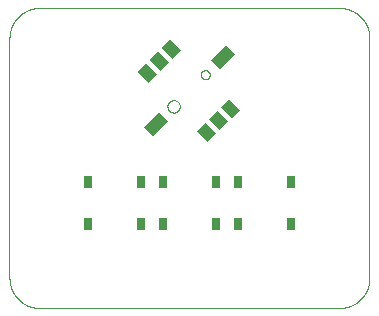
<source format=gtp>
G04 EAGLE Gerber X2 export*
G75*
%MOMM*%
%FSLAX35Y35*%
%LPD*%
%AMOC8*
5,1,8,0,0,1.08239X$1,22.5*%
G01*
%ADD10C,0.076200*%
%ADD11R,1.000000X1.300000*%
%ADD12R,1.000000X1.800000*%
%ADD13C,0.000000*%
%ADD14R,0.700000X1.100000*%


D10*
X254000Y2540000D02*
X2794000Y2540000D01*
X3048000Y2286000D02*
X3048000Y254000D01*
X2794000Y0D02*
X254000Y0D01*
X0Y254000D02*
X0Y2286000D01*
X0Y254000D02*
X74Y247862D01*
X297Y241728D01*
X667Y235602D01*
X1186Y229485D01*
X1852Y223384D01*
X2665Y217300D01*
X3626Y211237D01*
X4732Y205200D01*
X5984Y199191D01*
X7381Y193214D01*
X8922Y187272D01*
X10606Y181370D01*
X12432Y175510D01*
X14399Y169695D01*
X16506Y163930D01*
X18752Y158218D01*
X21135Y152561D01*
X23654Y146964D01*
X26308Y141429D01*
X29094Y135960D01*
X32012Y130560D01*
X35060Y125232D01*
X38235Y119979D01*
X41537Y114805D01*
X44962Y109712D01*
X48510Y104703D01*
X52177Y99781D01*
X55963Y94949D01*
X59864Y90210D01*
X63878Y85567D01*
X68004Y81022D01*
X72238Y76578D01*
X76578Y72238D01*
X81022Y68004D01*
X85567Y63878D01*
X90210Y59864D01*
X94949Y55963D01*
X99781Y52177D01*
X104703Y48510D01*
X109712Y44962D01*
X114805Y41537D01*
X119979Y38235D01*
X125232Y35060D01*
X130560Y32012D01*
X135960Y29094D01*
X141429Y26308D01*
X146964Y23654D01*
X152561Y21135D01*
X158218Y18752D01*
X163930Y16506D01*
X169695Y14399D01*
X175510Y12432D01*
X181370Y10606D01*
X187272Y8922D01*
X193214Y7381D01*
X199191Y5984D01*
X205200Y4732D01*
X211237Y3626D01*
X217300Y2665D01*
X223384Y1852D01*
X229485Y1186D01*
X235602Y667D01*
X241728Y297D01*
X247862Y74D01*
X254000Y0D01*
X2794000Y0D02*
X2800138Y74D01*
X2806272Y297D01*
X2812398Y667D01*
X2818515Y1186D01*
X2824616Y1852D01*
X2830700Y2665D01*
X2836763Y3626D01*
X2842800Y4732D01*
X2848809Y5984D01*
X2854786Y7381D01*
X2860728Y8922D01*
X2866630Y10606D01*
X2872490Y12432D01*
X2878305Y14399D01*
X2884070Y16506D01*
X2889782Y18752D01*
X2895439Y21135D01*
X2901036Y23654D01*
X2906571Y26308D01*
X2912040Y29094D01*
X2917440Y32012D01*
X2922768Y35060D01*
X2928021Y38235D01*
X2933195Y41537D01*
X2938288Y44962D01*
X2943297Y48510D01*
X2948219Y52177D01*
X2953051Y55963D01*
X2957790Y59864D01*
X2962433Y63878D01*
X2966978Y68004D01*
X2971422Y72238D01*
X2975762Y76578D01*
X2979996Y81022D01*
X2984122Y85567D01*
X2988136Y90210D01*
X2992037Y94949D01*
X2995823Y99781D01*
X2999490Y104703D01*
X3003038Y109712D01*
X3006463Y114805D01*
X3009765Y119979D01*
X3012940Y125232D01*
X3015988Y130560D01*
X3018906Y135960D01*
X3021692Y141429D01*
X3024346Y146964D01*
X3026865Y152561D01*
X3029248Y158218D01*
X3031494Y163930D01*
X3033601Y169695D01*
X3035568Y175510D01*
X3037394Y181370D01*
X3039078Y187272D01*
X3040619Y193214D01*
X3042016Y199191D01*
X3043268Y205200D01*
X3044374Y211237D01*
X3045335Y217300D01*
X3046148Y223384D01*
X3046814Y229485D01*
X3047333Y235602D01*
X3047703Y241728D01*
X3047926Y247862D01*
X3048000Y254000D01*
X3048000Y2286000D02*
X3047926Y2292138D01*
X3047703Y2298272D01*
X3047333Y2304398D01*
X3046814Y2310515D01*
X3046148Y2316616D01*
X3045335Y2322700D01*
X3044374Y2328763D01*
X3043268Y2334800D01*
X3042016Y2340809D01*
X3040619Y2346786D01*
X3039078Y2352728D01*
X3037394Y2358630D01*
X3035568Y2364490D01*
X3033601Y2370305D01*
X3031494Y2376070D01*
X3029248Y2381782D01*
X3026865Y2387439D01*
X3024346Y2393036D01*
X3021692Y2398571D01*
X3018906Y2404040D01*
X3015988Y2409440D01*
X3012940Y2414768D01*
X3009765Y2420021D01*
X3006463Y2425195D01*
X3003038Y2430288D01*
X2999490Y2435297D01*
X2995823Y2440219D01*
X2992037Y2445051D01*
X2988136Y2449790D01*
X2984122Y2454433D01*
X2979996Y2458978D01*
X2975762Y2463422D01*
X2971422Y2467762D01*
X2966978Y2471996D01*
X2962433Y2476122D01*
X2957790Y2480136D01*
X2953051Y2484037D01*
X2948219Y2487823D01*
X2943297Y2491490D01*
X2938288Y2495038D01*
X2933195Y2498463D01*
X2928021Y2501765D01*
X2922768Y2504940D01*
X2917440Y2507988D01*
X2912040Y2510906D01*
X2906571Y2513692D01*
X2901036Y2516346D01*
X2895439Y2518865D01*
X2889782Y2521248D01*
X2884070Y2523494D01*
X2878305Y2525601D01*
X2872490Y2527568D01*
X2866630Y2529394D01*
X2860728Y2531078D01*
X2854786Y2532619D01*
X2848809Y2534016D01*
X2842800Y2535268D01*
X2836763Y2536374D01*
X2830700Y2537335D01*
X2824616Y2538148D01*
X2818515Y2538814D01*
X2812398Y2539333D01*
X2806272Y2539703D01*
X2800138Y2539926D01*
X2794000Y2540000D01*
X254000Y2540000D02*
X247862Y2539926D01*
X241728Y2539703D01*
X235602Y2539333D01*
X229485Y2538814D01*
X223384Y2538148D01*
X217300Y2537335D01*
X211237Y2536374D01*
X205200Y2535268D01*
X199191Y2534016D01*
X193214Y2532619D01*
X187272Y2531078D01*
X181370Y2529394D01*
X175510Y2527568D01*
X169695Y2525601D01*
X163930Y2523494D01*
X158218Y2521248D01*
X152561Y2518865D01*
X146964Y2516346D01*
X141429Y2513692D01*
X135960Y2510906D01*
X130560Y2507988D01*
X125232Y2504940D01*
X119979Y2501765D01*
X114805Y2498463D01*
X109712Y2495038D01*
X104703Y2491490D01*
X99781Y2487823D01*
X94949Y2484037D01*
X90210Y2480136D01*
X85567Y2476122D01*
X81022Y2471996D01*
X76578Y2467762D01*
X72238Y2463422D01*
X68004Y2458978D01*
X63878Y2454433D01*
X59864Y2449790D01*
X55963Y2445051D01*
X52177Y2440219D01*
X48510Y2435297D01*
X44962Y2430288D01*
X41537Y2425195D01*
X38235Y2420021D01*
X35060Y2414768D01*
X32012Y2409440D01*
X29094Y2404040D01*
X26308Y2398571D01*
X23654Y2393036D01*
X21135Y2387439D01*
X18752Y2381782D01*
X16506Y2376070D01*
X14399Y2370305D01*
X12432Y2364490D01*
X10606Y2358630D01*
X8922Y2352728D01*
X7381Y2346786D01*
X5984Y2340809D01*
X4732Y2334800D01*
X3626Y2328763D01*
X2665Y2322700D01*
X1852Y2316616D01*
X1186Y2310515D01*
X667Y2304398D01*
X297Y2298272D01*
X74Y2292138D01*
X0Y2286000D01*
D11*
G36*
X1249642Y1980093D02*
X1178931Y1909382D01*
X1087008Y2001305D01*
X1157719Y2072016D01*
X1249642Y1980093D01*
G37*
G36*
X1750981Y1478755D02*
X1680270Y1408044D01*
X1588347Y1499967D01*
X1659058Y1570678D01*
X1750981Y1478755D01*
G37*
G36*
X1350051Y2081210D02*
X1279340Y2010499D01*
X1187417Y2102422D01*
X1258128Y2173133D01*
X1350051Y2081210D01*
G37*
G36*
X1851744Y1579517D02*
X1781033Y1508806D01*
X1689110Y1600729D01*
X1759821Y1671440D01*
X1851744Y1579517D01*
G37*
G36*
X1952506Y1680280D02*
X1881795Y1609569D01*
X1789872Y1701492D01*
X1860583Y1772203D01*
X1952506Y1680280D01*
G37*
G36*
X1453289Y2181619D02*
X1382578Y2110908D01*
X1290655Y2202831D01*
X1361366Y2273542D01*
X1453289Y2181619D01*
G37*
D12*
G36*
X1835127Y2223337D02*
X1905837Y2152627D01*
X1778559Y2025349D01*
X1707849Y2096059D01*
X1835127Y2223337D01*
G37*
G36*
X1212873Y1459663D02*
X1142163Y1530373D01*
X1269441Y1657651D01*
X1340151Y1586941D01*
X1212873Y1459663D01*
G37*
D13*
X1620850Y1975850D02*
X1620861Y1976770D01*
X1620895Y1977690D01*
X1620952Y1978609D01*
X1621031Y1979526D01*
X1621132Y1980440D01*
X1621256Y1981352D01*
X1621402Y1982261D01*
X1621571Y1983166D01*
X1621761Y1984066D01*
X1621974Y1984962D01*
X1622208Y1985852D01*
X1622465Y1986736D01*
X1622743Y1987613D01*
X1623042Y1988483D01*
X1623363Y1989346D01*
X1623705Y1990201D01*
X1624067Y1991047D01*
X1624450Y1991883D01*
X1624854Y1992710D01*
X1625278Y1993527D01*
X1625722Y1994334D01*
X1626185Y1995129D01*
X1626668Y1995912D01*
X1627170Y1996684D01*
X1627691Y1997443D01*
X1628230Y1998189D01*
X1628787Y1998921D01*
X1629362Y1999640D01*
X1629955Y2000344D01*
X1630564Y2001033D01*
X1631191Y2001708D01*
X1631833Y2002367D01*
X1632492Y2003009D01*
X1633167Y2003636D01*
X1633856Y2004245D01*
X1634560Y2004838D01*
X1635279Y2005413D01*
X1636011Y2005970D01*
X1636757Y2006509D01*
X1637516Y2007030D01*
X1638288Y2007532D01*
X1639071Y2008015D01*
X1639866Y2008478D01*
X1640673Y2008922D01*
X1641490Y2009346D01*
X1642317Y2009750D01*
X1643153Y2010133D01*
X1643999Y2010495D01*
X1644854Y2010837D01*
X1645717Y2011158D01*
X1646587Y2011457D01*
X1647464Y2011735D01*
X1648348Y2011992D01*
X1649238Y2012226D01*
X1650134Y2012439D01*
X1651034Y2012629D01*
X1651939Y2012798D01*
X1652848Y2012944D01*
X1653760Y2013068D01*
X1654674Y2013169D01*
X1655591Y2013248D01*
X1656510Y2013305D01*
X1657430Y2013339D01*
X1658350Y2013350D01*
X1659270Y2013339D01*
X1660190Y2013305D01*
X1661109Y2013248D01*
X1662026Y2013169D01*
X1662940Y2013068D01*
X1663852Y2012944D01*
X1664761Y2012798D01*
X1665666Y2012629D01*
X1666566Y2012439D01*
X1667462Y2012226D01*
X1668352Y2011992D01*
X1669236Y2011735D01*
X1670113Y2011457D01*
X1670983Y2011158D01*
X1671846Y2010837D01*
X1672701Y2010495D01*
X1673547Y2010133D01*
X1674383Y2009750D01*
X1675210Y2009346D01*
X1676027Y2008922D01*
X1676834Y2008478D01*
X1677629Y2008015D01*
X1678412Y2007532D01*
X1679184Y2007030D01*
X1679943Y2006509D01*
X1680689Y2005970D01*
X1681421Y2005413D01*
X1682140Y2004838D01*
X1682844Y2004245D01*
X1683533Y2003636D01*
X1684208Y2003009D01*
X1684867Y2002367D01*
X1685509Y2001708D01*
X1686136Y2001033D01*
X1686745Y2000344D01*
X1687338Y1999640D01*
X1687913Y1998921D01*
X1688470Y1998189D01*
X1689009Y1997443D01*
X1689530Y1996684D01*
X1690032Y1995912D01*
X1690515Y1995129D01*
X1690978Y1994334D01*
X1691422Y1993527D01*
X1691846Y1992710D01*
X1692250Y1991883D01*
X1692633Y1991047D01*
X1692995Y1990201D01*
X1693337Y1989346D01*
X1693658Y1988483D01*
X1693957Y1987613D01*
X1694235Y1986736D01*
X1694492Y1985852D01*
X1694726Y1984962D01*
X1694939Y1984066D01*
X1695129Y1983166D01*
X1695298Y1982261D01*
X1695444Y1981352D01*
X1695568Y1980440D01*
X1695669Y1979526D01*
X1695748Y1978609D01*
X1695805Y1977690D01*
X1695839Y1976770D01*
X1695850Y1975850D01*
X1695839Y1974930D01*
X1695805Y1974010D01*
X1695748Y1973091D01*
X1695669Y1972174D01*
X1695568Y1971260D01*
X1695444Y1970348D01*
X1695298Y1969439D01*
X1695129Y1968534D01*
X1694939Y1967634D01*
X1694726Y1966738D01*
X1694492Y1965848D01*
X1694235Y1964964D01*
X1693957Y1964087D01*
X1693658Y1963217D01*
X1693337Y1962354D01*
X1692995Y1961499D01*
X1692633Y1960653D01*
X1692250Y1959817D01*
X1691846Y1958990D01*
X1691422Y1958173D01*
X1690978Y1957366D01*
X1690515Y1956571D01*
X1690032Y1955788D01*
X1689530Y1955016D01*
X1689009Y1954257D01*
X1688470Y1953511D01*
X1687913Y1952779D01*
X1687338Y1952060D01*
X1686745Y1951356D01*
X1686136Y1950667D01*
X1685509Y1949992D01*
X1684867Y1949333D01*
X1684208Y1948691D01*
X1683533Y1948064D01*
X1682844Y1947455D01*
X1682140Y1946862D01*
X1681421Y1946287D01*
X1680689Y1945730D01*
X1679943Y1945191D01*
X1679184Y1944670D01*
X1678412Y1944168D01*
X1677629Y1943685D01*
X1676834Y1943222D01*
X1676027Y1942778D01*
X1675210Y1942354D01*
X1674383Y1941950D01*
X1673547Y1941567D01*
X1672701Y1941205D01*
X1671846Y1940863D01*
X1670983Y1940542D01*
X1670113Y1940243D01*
X1669236Y1939965D01*
X1668352Y1939708D01*
X1667462Y1939474D01*
X1666566Y1939261D01*
X1665666Y1939071D01*
X1664761Y1938902D01*
X1663852Y1938756D01*
X1662940Y1938632D01*
X1662026Y1938531D01*
X1661109Y1938452D01*
X1660190Y1938395D01*
X1659270Y1938361D01*
X1658350Y1938350D01*
X1657430Y1938361D01*
X1656510Y1938395D01*
X1655591Y1938452D01*
X1654674Y1938531D01*
X1653760Y1938632D01*
X1652848Y1938756D01*
X1651939Y1938902D01*
X1651034Y1939071D01*
X1650134Y1939261D01*
X1649238Y1939474D01*
X1648348Y1939708D01*
X1647464Y1939965D01*
X1646587Y1940243D01*
X1645717Y1940542D01*
X1644854Y1940863D01*
X1643999Y1941205D01*
X1643153Y1941567D01*
X1642317Y1941950D01*
X1641490Y1942354D01*
X1640673Y1942778D01*
X1639866Y1943222D01*
X1639071Y1943685D01*
X1638288Y1944168D01*
X1637516Y1944670D01*
X1636757Y1945191D01*
X1636011Y1945730D01*
X1635279Y1946287D01*
X1634560Y1946862D01*
X1633856Y1947455D01*
X1633167Y1948064D01*
X1632492Y1948691D01*
X1631833Y1949333D01*
X1631191Y1949992D01*
X1630564Y1950667D01*
X1629955Y1951356D01*
X1629362Y1952060D01*
X1628787Y1952779D01*
X1628230Y1953511D01*
X1627691Y1954257D01*
X1627170Y1955016D01*
X1626668Y1955788D01*
X1626185Y1956571D01*
X1625722Y1957366D01*
X1625278Y1958173D01*
X1624854Y1958990D01*
X1624450Y1959817D01*
X1624067Y1960653D01*
X1623705Y1961499D01*
X1623363Y1962354D01*
X1623042Y1963217D01*
X1622743Y1964087D01*
X1622465Y1964964D01*
X1622208Y1965848D01*
X1621974Y1966738D01*
X1621761Y1967634D01*
X1621571Y1968534D01*
X1621402Y1969439D01*
X1621256Y1970348D01*
X1621132Y1971260D01*
X1621031Y1972174D01*
X1620952Y1973091D01*
X1620895Y1974010D01*
X1620861Y1974930D01*
X1620850Y1975850D01*
X1337150Y1707150D02*
X1337166Y1708438D01*
X1337213Y1709726D01*
X1337292Y1711012D01*
X1337403Y1712296D01*
X1337545Y1713577D01*
X1337718Y1714853D01*
X1337923Y1716125D01*
X1338159Y1717392D01*
X1338426Y1718653D01*
X1338723Y1719906D01*
X1339052Y1721152D01*
X1339411Y1722390D01*
X1339800Y1723618D01*
X1340219Y1724837D01*
X1340668Y1726044D01*
X1341146Y1727241D01*
X1341654Y1728425D01*
X1342191Y1729597D01*
X1342756Y1730755D01*
X1343349Y1731898D01*
X1343970Y1733027D01*
X1344619Y1734140D01*
X1345295Y1735237D01*
X1345998Y1736317D01*
X1346727Y1737380D01*
X1347482Y1738424D01*
X1348262Y1739450D01*
X1349067Y1740456D01*
X1349897Y1741442D01*
X1350750Y1742407D01*
X1351627Y1743351D01*
X1352527Y1744273D01*
X1353449Y1745173D01*
X1354393Y1746050D01*
X1355358Y1746903D01*
X1356344Y1747733D01*
X1357350Y1748538D01*
X1358376Y1749318D01*
X1359420Y1750073D01*
X1360483Y1750802D01*
X1361563Y1751505D01*
X1362660Y1752181D01*
X1363773Y1752830D01*
X1364902Y1753451D01*
X1366045Y1754044D01*
X1367203Y1754609D01*
X1368375Y1755146D01*
X1369559Y1755654D01*
X1370756Y1756132D01*
X1371963Y1756581D01*
X1373182Y1757000D01*
X1374410Y1757389D01*
X1375648Y1757748D01*
X1376894Y1758077D01*
X1378147Y1758374D01*
X1379408Y1758641D01*
X1380675Y1758877D01*
X1381947Y1759082D01*
X1383223Y1759255D01*
X1384504Y1759397D01*
X1385788Y1759508D01*
X1387074Y1759587D01*
X1388362Y1759634D01*
X1389650Y1759650D01*
X1390938Y1759634D01*
X1392226Y1759587D01*
X1393512Y1759508D01*
X1394796Y1759397D01*
X1396077Y1759255D01*
X1397353Y1759082D01*
X1398625Y1758877D01*
X1399892Y1758641D01*
X1401153Y1758374D01*
X1402406Y1758077D01*
X1403652Y1757748D01*
X1404890Y1757389D01*
X1406118Y1757000D01*
X1407337Y1756581D01*
X1408544Y1756132D01*
X1409741Y1755654D01*
X1410925Y1755146D01*
X1412097Y1754609D01*
X1413255Y1754044D01*
X1414398Y1753451D01*
X1415527Y1752830D01*
X1416640Y1752181D01*
X1417737Y1751505D01*
X1418817Y1750802D01*
X1419880Y1750073D01*
X1420924Y1749318D01*
X1421950Y1748538D01*
X1422956Y1747733D01*
X1423942Y1746903D01*
X1424907Y1746050D01*
X1425851Y1745173D01*
X1426773Y1744273D01*
X1427673Y1743351D01*
X1428550Y1742407D01*
X1429403Y1741442D01*
X1430233Y1740456D01*
X1431038Y1739450D01*
X1431818Y1738424D01*
X1432573Y1737380D01*
X1433302Y1736317D01*
X1434005Y1735237D01*
X1434681Y1734140D01*
X1435330Y1733027D01*
X1435951Y1731898D01*
X1436544Y1730755D01*
X1437109Y1729597D01*
X1437646Y1728425D01*
X1438154Y1727241D01*
X1438632Y1726044D01*
X1439081Y1724837D01*
X1439500Y1723618D01*
X1439889Y1722390D01*
X1440248Y1721152D01*
X1440577Y1719906D01*
X1440874Y1718653D01*
X1441141Y1717392D01*
X1441377Y1716125D01*
X1441582Y1714853D01*
X1441755Y1713577D01*
X1441897Y1712296D01*
X1442008Y1711012D01*
X1442087Y1709726D01*
X1442134Y1708438D01*
X1442150Y1707150D01*
X1442134Y1705862D01*
X1442087Y1704574D01*
X1442008Y1703288D01*
X1441897Y1702004D01*
X1441755Y1700723D01*
X1441582Y1699447D01*
X1441377Y1698175D01*
X1441141Y1696908D01*
X1440874Y1695647D01*
X1440577Y1694394D01*
X1440248Y1693148D01*
X1439889Y1691910D01*
X1439500Y1690682D01*
X1439081Y1689463D01*
X1438632Y1688256D01*
X1438154Y1687059D01*
X1437646Y1685875D01*
X1437109Y1684703D01*
X1436544Y1683545D01*
X1435951Y1682402D01*
X1435330Y1681273D01*
X1434681Y1680160D01*
X1434005Y1679063D01*
X1433302Y1677983D01*
X1432573Y1676920D01*
X1431818Y1675876D01*
X1431038Y1674850D01*
X1430233Y1673844D01*
X1429403Y1672858D01*
X1428550Y1671893D01*
X1427673Y1670949D01*
X1426773Y1670027D01*
X1425851Y1669127D01*
X1424907Y1668250D01*
X1423942Y1667397D01*
X1422956Y1666567D01*
X1421950Y1665762D01*
X1420924Y1664982D01*
X1419880Y1664227D01*
X1418817Y1663498D01*
X1417737Y1662795D01*
X1416640Y1662119D01*
X1415527Y1661470D01*
X1414398Y1660849D01*
X1413255Y1660256D01*
X1412097Y1659691D01*
X1410925Y1659154D01*
X1409741Y1658646D01*
X1408544Y1658168D01*
X1407337Y1657719D01*
X1406118Y1657300D01*
X1404890Y1656911D01*
X1403652Y1656552D01*
X1402406Y1656223D01*
X1401153Y1655926D01*
X1399892Y1655659D01*
X1398625Y1655423D01*
X1397353Y1655218D01*
X1396077Y1655045D01*
X1394796Y1654903D01*
X1393512Y1654792D01*
X1392226Y1654713D01*
X1390938Y1654666D01*
X1389650Y1654650D01*
X1388362Y1654666D01*
X1387074Y1654713D01*
X1385788Y1654792D01*
X1384504Y1654903D01*
X1383223Y1655045D01*
X1381947Y1655218D01*
X1380675Y1655423D01*
X1379408Y1655659D01*
X1378147Y1655926D01*
X1376894Y1656223D01*
X1375648Y1656552D01*
X1374410Y1656911D01*
X1373182Y1657300D01*
X1371963Y1657719D01*
X1370756Y1658168D01*
X1369559Y1658646D01*
X1368375Y1659154D01*
X1367203Y1659691D01*
X1366045Y1660256D01*
X1364902Y1660849D01*
X1363773Y1661470D01*
X1362660Y1662119D01*
X1361563Y1662795D01*
X1360483Y1663498D01*
X1359420Y1664227D01*
X1358376Y1664982D01*
X1357350Y1665762D01*
X1356344Y1666567D01*
X1355358Y1667397D01*
X1354393Y1668250D01*
X1353449Y1669127D01*
X1352527Y1670027D01*
X1351627Y1670949D01*
X1350750Y1671893D01*
X1349897Y1672858D01*
X1349067Y1673844D01*
X1348262Y1674850D01*
X1347482Y1675876D01*
X1346727Y1676920D01*
X1345998Y1677983D01*
X1345295Y1679063D01*
X1344619Y1680160D01*
X1343970Y1681273D01*
X1343349Y1682402D01*
X1342756Y1683545D01*
X1342191Y1684703D01*
X1341654Y1685875D01*
X1341146Y1687059D01*
X1340668Y1688256D01*
X1340219Y1689463D01*
X1339800Y1690682D01*
X1339411Y1691910D01*
X1339052Y1693148D01*
X1338723Y1694394D01*
X1338426Y1695647D01*
X1338159Y1696908D01*
X1337923Y1698175D01*
X1337718Y1699447D01*
X1337545Y1700723D01*
X1337403Y1702004D01*
X1337292Y1703288D01*
X1337213Y1704574D01*
X1337166Y1705862D01*
X1337150Y1707150D01*
D14*
X1111500Y1064000D03*
X1111500Y714000D03*
X666500Y714000D03*
X666500Y1064000D03*
X1746500Y1064000D03*
X1746500Y714000D03*
X1301500Y714000D03*
X1301500Y1064000D03*
X2381500Y1064000D03*
X2381500Y714000D03*
X1936500Y714000D03*
X1936500Y1064000D03*
M02*

</source>
